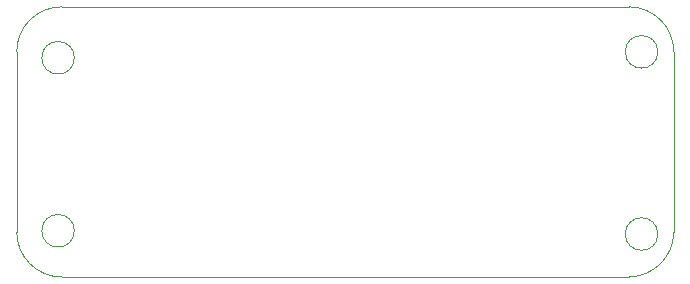
<source format=gbr>
%TF.GenerationSoftware,KiCad,Pcbnew,9.0.0*%
%TF.CreationDate,2025-04-03T20:24:29-07:00*%
%TF.ProjectId,nicenano-breakout,6e696365-6e61-46e6-9f2d-627265616b6f,rev?*%
%TF.SameCoordinates,Original*%
%TF.FileFunction,Profile,NP*%
%FSLAX46Y46*%
G04 Gerber Fmt 4.6, Leading zero omitted, Abs format (unit mm)*
G04 Created by KiCad (PCBNEW 9.0.0) date 2025-04-03 20:24:29*
%MOMM*%
%LPD*%
G01*
G04 APERTURE LIST*
%TA.AperFunction,Profile*%
%ADD10C,0.050000*%
%TD*%
G04 APERTURE END LIST*
D10*
X209125988Y-98043487D02*
X161100000Y-98056497D01*
X212925988Y-94243500D02*
X212925988Y-78987006D01*
X157300000Y-78987000D02*
X157300000Y-94256497D01*
X211575000Y-79000000D02*
G75*
G02*
X208825000Y-79000000I-1375000J0D01*
G01*
X208825000Y-79000000D02*
G75*
G02*
X211575000Y-79000000I1375000J0D01*
G01*
X211575000Y-94425000D02*
G75*
G02*
X208825000Y-94425000I-1375000J0D01*
G01*
X208825000Y-94425000D02*
G75*
G02*
X211575000Y-94425000I1375000J0D01*
G01*
X212925988Y-94243503D02*
G75*
G02*
X209125988Y-98043503I-3800000J0D01*
G01*
X162175000Y-79500000D02*
G75*
G02*
X159425000Y-79500000I-1375000J0D01*
G01*
X159425000Y-79500000D02*
G75*
G02*
X162175000Y-79500000I1375000J0D01*
G01*
X209125988Y-75187006D02*
G75*
G02*
X212925988Y-78987006I6J-3799994D01*
G01*
X161106752Y-75187006D02*
X209125988Y-75187006D01*
X162175000Y-94150000D02*
G75*
G02*
X159425000Y-94150000I-1375000J0D01*
G01*
X159425000Y-94150000D02*
G75*
G02*
X162175000Y-94150000I1375000J0D01*
G01*
X161100000Y-98056497D02*
G75*
G02*
X157300000Y-94256497I-6J3799994D01*
G01*
X157300000Y-78987006D02*
G75*
G02*
X161100000Y-75187006I3799994J6D01*
G01*
M02*

</source>
